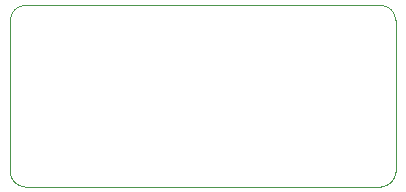
<source format=gm1>
%TF.GenerationSoftware,KiCad,Pcbnew,7.0.2*%
%TF.CreationDate,2023-07-05T23:29:04-07:00*%
%TF.ProjectId,555-timer-pwm-with-digipot,3535352d-7469-46d6-9572-2d70776d2d77,rev?*%
%TF.SameCoordinates,Original*%
%TF.FileFunction,Profile,NP*%
%FSLAX46Y46*%
G04 Gerber Fmt 4.6, Leading zero omitted, Abs format (unit mm)*
G04 Created by KiCad (PCBNEW 7.0.2) date 2023-07-05 23:29:04*
%MOMM*%
%LPD*%
G01*
G04 APERTURE LIST*
%TA.AperFunction,Profile*%
%ADD10C,0.100000*%
%TD*%
G04 APERTURE END LIST*
D10*
X134112000Y-84963000D02*
X164211000Y-84963000D01*
X164211000Y-100330000D02*
X134112000Y-100330000D01*
X164211000Y-100330000D02*
G75*
G03*
X165481000Y-99060000I0J1270000D01*
G01*
X132842000Y-86233000D02*
X132842000Y-99060000D01*
X165481000Y-86233000D02*
G75*
G03*
X164211000Y-84963000I-1270000J0D01*
G01*
X134112000Y-84963000D02*
G75*
G03*
X132842000Y-86233000I0J-1270000D01*
G01*
X165481000Y-86233000D02*
X165481000Y-99060000D01*
X132842000Y-99060000D02*
G75*
G03*
X134112000Y-100330000I1270000J0D01*
G01*
M02*

</source>
